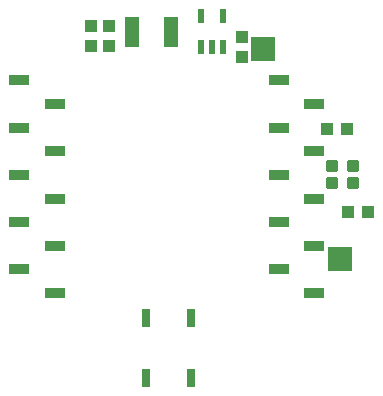
<source format=gbr>
G04 EAGLE Gerber RS-274X export*
G75*
%MOMM*%
%FSLAX34Y34*%
%LPD*%
%INSolderpaste Top*%
%IPPOS*%
%AMOC8*
5,1,8,0,0,1.08239X$1,22.5*%
G01*
%ADD10C,0.300000*%
%ADD11R,1.100000X1.000000*%
%ADD12R,1.000000X1.100000*%
%ADD13R,1.200000X2.500000*%
%ADD14R,1.700000X0.850000*%
%ADD15R,2.032000X2.032000*%
%ADD16R,0.550000X1.200000*%
%ADD17R,0.762000X1.524000*%


D10*
X143574Y15184D02*
X143574Y8184D01*
X136574Y8184D01*
X136574Y15184D01*
X143574Y15184D01*
X143574Y11034D02*
X136574Y11034D01*
X136574Y13884D02*
X143574Y13884D01*
X161114Y15184D02*
X161114Y8184D01*
X154114Y8184D01*
X154114Y15184D01*
X161114Y15184D01*
X161114Y11034D02*
X154114Y11034D01*
X154114Y13884D02*
X161114Y13884D01*
D11*
X153298Y-13208D03*
X170298Y-13208D03*
D12*
X-49022Y144898D03*
X-49022Y127898D03*
D13*
X-29200Y139700D03*
X3800Y139700D03*
D12*
X-64516Y144898D03*
X-64516Y127898D03*
D14*
X-95000Y-81600D03*
X-125000Y-61600D03*
X-95000Y-41600D03*
X-125000Y-21600D03*
X-95000Y-1600D03*
X-125000Y18400D03*
X-95000Y38400D03*
X-125000Y58400D03*
X-95000Y78400D03*
X-125000Y98400D03*
X125000Y-81600D03*
X95000Y-61600D03*
X125000Y-41600D03*
X95000Y-21600D03*
X125000Y-1600D03*
X95000Y18400D03*
X125000Y38400D03*
X95000Y58400D03*
X125000Y78400D03*
X95000Y98400D03*
D10*
X143574Y29408D02*
X143574Y22408D01*
X136574Y22408D01*
X136574Y29408D01*
X143574Y29408D01*
X143574Y25258D02*
X136574Y25258D01*
X136574Y28108D02*
X143574Y28108D01*
X161114Y29408D02*
X161114Y22408D01*
X154114Y22408D01*
X154114Y29408D01*
X161114Y29408D01*
X161114Y25258D02*
X154114Y25258D01*
X154114Y28108D02*
X161114Y28108D01*
D11*
X135264Y57150D03*
X152264Y57150D03*
D15*
X146304Y-53086D03*
D16*
X28600Y126699D03*
X38100Y126699D03*
X47600Y126699D03*
X47600Y152701D03*
X28600Y152701D03*
D12*
X63500Y118500D03*
X63500Y135500D03*
D15*
X81280Y124714D03*
D17*
X-18034Y-153162D03*
X-18034Y-102362D03*
X20066Y-153162D03*
X20066Y-102362D03*
M02*

</source>
